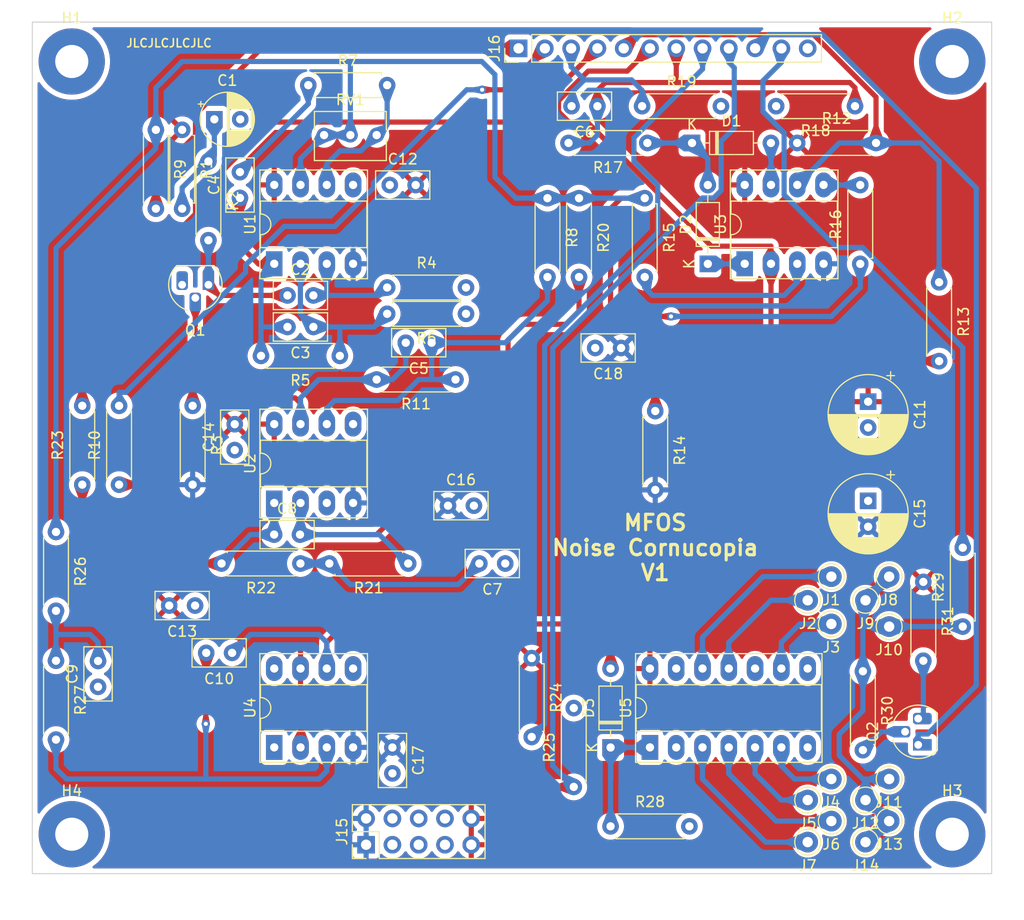
<source format=kicad_pcb>
(kicad_pcb (version 20221018) (generator pcbnew)
  (layers (0 "F.Cu" signal) (1 "In1.Cu" power) (2 "In2.Cu" power) (31 "B.Cu" signal) (34 "B.Paste" user) (35 "F.Paste" user) (36 "B.SilkS" user "B.Silkscreen") (37 "F.SilkS" user "F.Silkscreen") (38 "B.Mask" user) (39 "F.Mask" user) (44 "Edge.Cuts" user))
  (net 0 "")
  (net 1 "Net-(C1-Pad1)")
  (net 2 "GND")
  (net 3 "Net-(Q1-E)")
  (net 4 "Net-(U1A-+)")
  (net 5 "Net-(Q1-B)")
  (net 7 "+12V")
  (net 8 "-12V")
  (net 12 "Net-(U1A--)")
  (net 13 "Net-(C3-Pad2)")
  (net 14 "Net-(C4-Pad2)")
  (net 15 "Net-(U2B--)")
  (net 16 "Net-(C5-Pad2)")
  (net 17 "Net-(U1B--)")
  (net 18 "WNS")
  (net 19 "LPNS")
  (net 20 "Net-(R15-Pad1)")
  (net 21 "GRNS1")
  (net 22 "GRNS2")
  (net 23 "Net-(U3A-+)")
  (net 24 "Net-(U3B-+)")
  (net 25 "Net-(D1-K)")
  (net 26 "Net-(D1-A)")
  (net 27 "Net-(D2-K)")
  (net 28 "GNS")
  (net 29 "GHP")
  (net 30 "Net-(C7-Pad2)")
  (net 31 "Net-(C8-Pad1)")
  (net 32 "Net-(U2A--)")
  (net 33 "HPNS")
  (net 34 "Net-(C9-Pad2)")
  (net 35 "Net-(D3-A)")
  (net 36 "Net-(U4-+)")
  (net 37 "GTF2")
  (net 38 "GTF1")
  (net 39 "Net-(D3-K)")
  (net 40 "Net-(J1-Pin_1)")
  (net 41 "Net-(J2-Pin_1)")
  (net 42 "Net-(J3-Pin_1)")
  (net 43 "Net-(J4-Pin_1)")
  (net 44 "Net-(J5-Pin_1)")
  (net 45 "Net-(J6-Pin_1)")
  (net 46 "Net-(J7-Pin_1)")
  (net 47 "Net-(J10-Pin_1)")
  (net 48 "Net-(Q2-B)")
  (net 49 "Net-(Q2-C)")
  (net 50 "RNGT")
  (net 51 "LEDA")
  (footprint "Library:R_Axial_DIN0207_L6.3mm_D2.5mm_P7.62mm_Horizontal" (layer "F.Cu") (at 76.708 74.93 180)
    (fp_text reference "R22")
    (fp_text value "43K")
  )
  (footprint "Capacitor_THT:C_Disc_D5.0mm_W2.5mm_P2.50mm" (layer "F.Cu") (at 74.168 72.136)
    (fp_text reference "C8")
    (fp_text value "100pF")
  )
  (footprint "Library:R_Axial_DIN0207_L6.3mm_D2.5mm_P7.62mm_Horizontal" (layer "F.Cu") (at 130.302 30.734 180)
    (fp_text reference "R18")
    (fp_text value "4.7K")
  )
  (footprint "Connector_Pin:Pin_D1.0mm_L10.0mm" (layer "F.Cu") (at 128.016 76.2)
    (fp_text reference "J1")
    (fp_text value "Conn_01x01_Male")
  )
  (footprint "Connector_Pin:Pin_D1.0mm_L10.0mm" (layer "F.Cu") (at 125.73 97.79)
    (fp_text reference "J5")
    (fp_text value "Conn_01x01_Male")
  )
  (footprint "Library:R_Axial_DIN0207_L6.3mm_D2.5mm_P7.62mm_Horizontal" (layer "F.Cu") (at 109.728 30.734)
    (fp_text reference "R19")
    (fp_text value "4.7K")
  )
  (footprint "Library:R_Axial_DIN0207_L6.3mm_D2.5mm_P7.62mm_Horizontal" (layer "F.Cu") (at 103.632 39.624 -90)
    (fp_text reference "R20")
    (fp_text value "470K")
  )
  (footprint "Connector_Pin:Pin_D1.0mm_L10.0mm" (layer "F.Cu") (at 131.318 101.854)
    (fp_text reference "J14")
    (fp_text value "Conn_01x01_Male")
  )
  (footprint "Library:R_Axial_DIN0207_L6.3mm_D2.5mm_P7.62mm_Horizontal" (layer "F.Cu") (at 66.294 59.69 -90)
    (fp_text reference "R3")
    (fp_text value "10K")
  )
  (footprint "Library:R_Axial_DIN0207_L6.3mm_D2.5mm_P7.62mm_Horizontal" (layer "F.Cu") (at 131.064 85.344 -90)
    (fp_text reference "R30")
    (fp_text value "47K")
  )
  (footprint "Library:R_Axial_DIN0207_L6.3mm_D2.5mm_P7.62mm_Horizontal" (layer "F.Cu") (at 110.998 60.198 -90)
    (fp_text reference "R14")
    (fp_text value "47K")
  )
  (footprint "Connector_Pin:Pin_D1.0mm_L10.0mm" (layer "F.Cu") (at 131.318 97.79)
    (fp_text reference "J12")
    (fp_text value "Conn_01x01_Male")
  )
  (footprint "Capacitor_THT:C_Disc_D5.0mm_W2.5mm_P2.50mm" (layer "F.Cu") (at 66.528 78.994 180)
    (fp_text reference "C13")
    (fp_text value "100nF")
  )
  (footprint "Capacitor_THT:CP_Radial_D5.0mm_P2.50mm" (layer "F.Cu") (at 68.3909 32.004)
    (fp_text reference "C1")
    (fp_text value "1uF")
  )
  (footprint "Capacitor_THT:C_Disc_D5.0mm_W2.5mm_P2.50mm" (layer "F.Cu") (at 70.104 83.566 180)
    (fp_text reference "C10")
    (fp_text value "10pF")
  )
  (footprint "Diode_THT:D_DO-35_SOD27_P7.62mm_Horizontal" (layer "F.Cu") (at 114.554 34.29)
    (fp_text reference "D1")
    (fp_text value "1N914")
  )
  (footprint "Package_DIP:DIP-8_W7.62mm_Socket_LongPads" (layer "F.Cu") (at 74.178 69.078 90)
    (fp_text reference "U2")
    (fp_text value "TL072")
  )
  (footprint "Connector_Pin:Pin_D1.0mm_L10.0mm" (layer "F.Cu") (at 133.604 99.822)
    (fp_text reference "J13")
    (fp_text value "Conn_01x01_Male")
  )
  (footprint "Connector_Pin:Pin_D1.0mm_L10.0mm" (layer "F.Cu") (at 125.73 78.486)
    (fp_text reference "J2")
    (fp_text value "Conn_01x01_Male")
  )
  (footprint "Connector_Pin:Pin_D1.0mm_L10.0mm" (layer "F.Cu") (at 131.318 78.486)
    (fp_text reference "J9")
    (fp_text value "Conn_01x01_Male")
  )
  (footprint "Package_DIP:DIP-14_W7.62mm_Socket_LongPads" (layer "F.Cu") (at 110.485 92.7 90)
    (fp_text reference "U5")
    (fp_text value "4024")
  )
  (footprint "Connector_Pin:Pin_D1.0mm_L10.0mm" (layer "F.Cu") (at 125.73 101.854)
    (fp_text reference "J7")
    (fp_text value "Conn_01x01_Male")
  )
  (footprint "Connector_Pin:Pin_D1.0mm_L10.0mm" (layer "F.Cu") (at 128.016 99.822)
    (fp_text reference "J6")
    (fp_text value "Conn_01x01_Male")
  )
  (footprint "Package_TO_SOT_THT:TO-92_HandSolder" (layer "F.Cu") (at 136.41 92.456 90)
    (fp_text reference "Q2")
    (fp_text value "2N3904")
  )
  (footprint "Potentiometer_THT:Potentiometer_Bourns_3266Y_Vertical" (layer "F.Cu") (at 84.074 33.528)
    (fp_text reference "RV1")
    (fp_text value "500K")
  )
  (footprint "Library:R_Axial_DIN0207_L6.3mm_D2.5mm_P7.62mm_Horizontal" (layer "F.Cu") (at 110.236 34.29 180)
    (fp_text reference "R17")
    (fp_text value "4.7K")
  )
  (footprint "Connector_Pin:Pin_D1.0mm_L10.0mm" (layer "F.Cu") (at 128.016 80.772)
    (fp_text reference "J3")
    (fp_text value "Conn_01x01_Male")
  )
  (footprint "Capacitor_THT:C_Disc_D5.0mm_W2.5mm_P2.50mm" (layer "F.Cu") (at 107.696 54.102 180)
    (fp_text reference "C18")
    (fp_text value "100nF")
  )
  (footprint "Library:R_Axial_DIN0207_L6.3mm_D2.5mm_P7.62mm_Horizontal" (layer "F.Cu") (at 99.06 84.074 -90)
    (fp_text reference "R24")
    (fp_text value "47K")
  )
  (footprint "Capacitor_THT:C_Disc_D5.0mm_W2.5mm_P2.50mm" (layer "F.Cu") (at 105.41 30.734 180)
    (fp_text reference "C6")
    (fp_text value "1nF")
  )
  (footprint "Library:R_Axial_DIN0207_L6.3mm_D2.5mm_P7.62mm_Horizontal" (layer "F.Cu") (at 53.086 71.882 -90)
    (fp_text reference "R26")
    (fp_text value "20K")
  )
  (footprint "Library:R_Axial_DIN0207_L6.3mm_D2.5mm_P7.62mm_Horizontal" (layer "F.Cu") (at 55.626 67.31 90)
    (fp_text reference "R23")
    (fp_text value "1K")
  )
  (footprint "MountingHole:MountingHole_3.2mm_M3_Pad" (layer "F.Cu") (at 54.61 101.092)
    (fp_text reference "H4")
    (fp_text value "MountingHole_Pad")
  )
  (footprint "Package_TO_SOT_THT:TO-92_HandSolder" (layer "F.Cu") (at 67.818 47.994 180)
    (fp_text reference "Q1")
    (fp_text value "2N3904")
  )
  (footprint "Library:R_Axial_DIN0207_L6.3mm_D2.5mm_P7.62mm_Horizontal" (layer "F.Cu") (at 77.47 28.702)
    (fp_text reference "R7")
    (fp_text value "10K")
  )
  (footprint "Connector_Pin:Pin_D1.0mm_L10.0mm" (layer "F.Cu") (at 133.604 95.758)
    (fp_text reference "J11")
    (fp_text value "Conn_01x01_Male")
  )
  (footprint "Library:R_Axial_DIN0207_L6.3mm_D2.5mm_P7.62mm_Horizontal" (layer "F.Cu") (at 62.738 33.02 -90)
    (fp_text reference "R9")
    (fp_text value "1K")
  )
  (footprint "Capacitor_THT:C_Disc_D5.0mm_W2.5mm_P2.50mm" (layer "F.Cu") (at 96.5 74.93 180)
    (fp_text reference "C7")
    (fp_text value "10nF")
  )
  (footprint "Library:R_Axial_DIN0207_L6.3mm_D2.5mm_P7.62mm_Horizontal" (layer "F.Cu") (at 65.278 33.02 -90)
    (fp_text reference "R1")
    (fp_text value "470K")
  )
  (footprint "Capacitor_THT:C_Disc_D5.0mm_W2.5mm_P2.50mm" (layer "F.Cu") (at 70.358 63.968 90)
    (fp_text reference "C14")
    (fp_text value "100nF")
  )
  (footprint "Connector_Pin:Pin_D1.0mm_L10.0mm" (layer "F.Cu") (at 133.604 76.2)
    (fp_text reference "J8")
    (fp_text value "Conn_01x01_Male")
  )
  (footprint "MountingHole:MountingHole_3.2mm_M3_Pad" (layer "F.Cu") (at 139.7 101.092)
    (fp_text reference "H3")
    (fp_text value "MountingHole_Pad")
  )
  (footprint "Library:R_Axial_DIN0207_L6.3mm_D2.5mm_P7.62mm_Horizontal" (layer "F.Cu") (at 67.818 36.068 -90)
    (fp_text reference "R2")
    (fp_text value "470K")
  )
  (footprint "Library:R_Axial_DIN0207_L6.3mm_D2.5mm_P7.62mm_Horizontal" (layer "F.Cu") (at 138.43 47.752 -90)
    (fp_text reference "R13")
    (fp_text value "200K")
  )
  (footprint "Library:R_Axial_DIN0207_L6.3mm_D2.5mm_P7.62mm_Horizontal" (layer "F.Cu") (at 140.716 81.026 90)
    (fp_text reference "R29")
    (fp_text value "1K")
  )
  (footprint "Library:R_Axial_DIN0207_L6.3mm_D2.5mm_P7.62mm_Horizontal" (layer "F.Cu") (at 136.906 76.708 -90)
    (fp_text reference "R31")
    (fp_text value "4.7K")
  )
  (footprint "Library:R_Axial_DIN0207_L6.3mm_D2.5mm_P7.62mm_Horizontal" (layer "F.Cu") (at 109.982 39.624 -90)
    (fp_text reference "R15")
    (fp_text value "10K")
  )
  (footprint "Diode_THT:D_DO-35_SOD27_P7.62mm_Horizontal" (layer "F.Cu") (at 106.68 92.71 90)
    (fp_text reference "D3")
    (fp_text value "1N914")
  )
  (footprint "Library:R_Axial_DIN0207_L6.3mm_D2.5mm_P7.62mm_Horizontal" (layer "F.Cu") (at 103.124 96.52 90)
    (fp_text reference "R25")
    (fp_text value "20K")
  )
  (footprint "Package_DIP:DIP-8_W7.62mm_Socket_LongPads" (layer "F.Cu") (at 119.644 45.964 90)
    (fp_text reference "U3")
    (fp_text value "TL072")
  )
  (footprint "Capacitor_THT:C_Disc_D5.0mm_W2.5mm_P2.50mm" (layer "F.Cu") (at 77.958 52.07 180)
    (fp_text reference "C3")
    (fp_text value "10pF")
  )
  (footprint "Connector_PinHeader_2.54mm:PinHeader_1x12_P2.54mm_Vertical" (layer "F.Cu") (at 97.79 25.146 90)
    (fp_text reference "J16")
    (fp_text value "Conn_01x12")
  )
  (footprint "Capacitor_THT:C_Disc_D5.0mm_W2.5mm_P2.50mm" (layer "F.Cu") (at 85.344 38.354)
    (fp_text reference "C12")
    (fp_text value "100nF")
  )
  (footprint "Package_DIP:DIP-8_W7.62mm_Socket_LongPads" (layer "F.Cu") (at 74.178 92.7 90)
    (fp_text reference "U4")
    (fp_text value "TL071")
  )
  (footprint "Package_DIP:DIP-8_W7.62mm_Socket_LongPads" (layer "F.Cu") (at 74.178 45.964 90)
    (fp_text reference "U1")
    (fp_text value "TL072")
  )
  (footprint "Library:R_Axial_DIN0207_L6.3mm_D2.5mm_P7.62mm_Horizontal" (layer "F.Cu") (at 100.584 39.624 -90)
    (fp_text reference "R8")
    (fp_text value "100K")
  )
  (footprint "Capacitor_THT:C_Disc_D5.0mm_W2.5mm_P2.50mm" (layer "F.Cu") (at 90.972 69.342)
    (fp_text reference "C16")
    (fp_text value "100nF")
  )
  (footprint "Capacitor_THT:C_Disc_D5.0mm_W2.5mm_P2.50mm" (layer "F.Cu") (at 70.866 39.604 90)
    (fp_text reference "C4")
    (fp_text value "100nF")
  )
  (footprint "Library:R_Axial_DIN0207_L6.3mm_D2.5mm_P7.62mm_Horizontal" (layer "F.Cu") (at 130.81 45.974 90)
    (fp_text reference "R16")
    (fp_text value "10K")
  )
  (footprint "Library:R_Axial_DIN0207_L6.3mm_D2.5mm_P7.62mm_Horizontal" (layer "F.Cu") (at 85.09 48.26)
    (fp_text reference "R4")
    (fp_text value "2M")
  )
  (footprint "Library:R_Axial_DIN0207_L6.3mm_D2.5mm_P7.62mm_Horizontal" (layer "F.Cu") (at 124.714 34.29)
    (fp_text reference "R12")
    (fp_text value "47K")
  )
  (footprint "Library:R_Axial_DIN0207_L6.3mm_D2.5mm_P7.62mm_Horizontal" (layer "F.Cu") (at 92.71 50.8 180)
    (fp_text reference "R6")
    (fp_text value "10K")
  )
  (footprint "Library:R_Axial_DIN0207_L6.3mm_D2.5mm_P7.62mm_Horizontal" (layer "F.Cu") (at 106.68 100.33)
    (fp_text reference "R28")
    (fp_text value "20K")
  )
  (footprint "Connector_Pin:Pin_D1.0mm_L10.0mm" (layer "F.Cu") (at 128.016 95.758)
    (fp_text reference "J4")
    (fp_text value "Conn_01x01_Male")
  )
  (footprint "MountingHole:MountingHole_3.2mm_M3_Pad" (layer "F.Cu") (at 54.61 26.416)
    (fp_text reference "H1")
    (fp_text value "MountingHole_Pad")
  )
  (footprint "Library:R_Axial_DIN0207_L6.3mm_D2.5mm_P7.62mm_Horizontal" (layer "F.Cu") (at 87.122 74.93 180)
    (fp_text reference "R21")
    (fp_text value "43K")
  )
  (footprint "Library:R_Axial_DIN0207_L6.3mm_D2.5mm_P7.62mm_Horizontal" (layer "F.Cu") (at 59.182 67.31 90)
    (fp_text reference "R10")
    (fp_text value "1K")
  )
  (footprint "Library:R_Axial_DIN0207_L6.3mm_D2.5mm_P7.62mm_Horizontal" (layer "F.Cu") (at 91.694 57.15 180)
    (fp_text reference "R11")
    (fp_text value "1M")
  )
  (footprint "Capacitor_THT:C_Disc_D5.0mm_W2.5mm_P2.50mm" (layer "F.Cu") (at 57.15 86.848 90)
    (fp_text reference "C9")
    (fp_text value "4.7nF")
  )
  (footprint "Connector_PinHeader_2.54mm:PinHeader_2x05_P2.54mm_Vertical" (layer "F.Cu") (at 83.058 102.108 90)
    (fp_text reference "J15")
    (fp_text value "Conn_02x05_Odd_Even")
  )
  (footprint "Connector_Pin:Pin_D1.0mm_L10.0mm" (layer "F.Cu") (at 133.604 81.026)
    (fp_text reference "J10")
    (fp_text value "Conn_01x01_Male")
  )
  (footprint "Library:R_Axial_DIN0207_L6.3mm_D2.5mm_P7.62mm_Horizontal" (layer "F.Cu") (at 80.518 54.864 180)
    (fp_text reference "R5")
    (fp_text value "470K")
  )
  (footprint "Diode_THT:D_DO-35_SOD27_P7.62mm_Horizontal" (layer "F.Cu") (at 116.078 45.974 90)
    (fp_text reference "D2")
    (fp_text value "1N914")
  )
  (footprint "MountingHole:MountingHole_3.2mm_M3_Pad" (layer "F.Cu") (at 139.7 26.416)
    (fp_text reference "H2")
    (fp_text value "MountingHole_Pad")
  )
  (footprint "Capacitor_THT:C_Disc_D5.0mm_W2.5mm_P2.50mm" (layer "F.Cu") (at 85.598 92.71 -90)
    (fp_text reference "C17")
    (fp_text value "100nF")
  )
  (footprint "Capacitor_THT:C_Disc_D5.0mm_W2.5mm_P2.50mm" (layer "F.Cu") (at 89.388 53.594 180)
    (fp_text reference "C5")
    (fp_text value "1nF")
  )
  (footprint "Capacitor_THT:CP_Radial_D7.5mm_P2.50mm" (layer "F.Cu") (at 131.572 68.874 -90)
    (fp_text reference "C15")
    (fp_text value "1uF")
  )
  (footprint "Capacitor_THT:CP_Radial_D7.5mm_P2.50mm" (layer "F.Cu") (at 131.572 59.2906 -90)
    (fp_text reference "C11")
    (fp_text value "1uF")
  )
  (footprint "Library:R_Axial_DIN0207_L6.3mm_D2.5mm_P7.62mm_Horizontal" (layer "F.Cu") (at 53.086 84.328 -90)
    (fp_text reference "R27")
    (fp_text value "20K")
  )
  (footprint "Capacitor_THT:C_Disc_D5.0mm_W2.5mm_P2.50mm" (layer "F.Cu") (at 75.458 49.022)
    (fp_text reference "C2")
    (fp_text value "100nF")
  )
  (gr_rect (start 50.8 22.606) (end 143.51 104.902) (stroke (width 0.1)) (fill none) (layer "Edge.Cuts"))
  (gr_text "MFOS\nNoise Cornucopia\nV1" (at 110.998 73.406) (layer "F.SilkS") (effects (font (size 1.5 1.5) (thickness 0.3) bold)))
  (gr_text "JLCJLCJLCJLC" (at 64.008 24.638) (layer "F.SilkS") (effects (font (size 0.8 0.8))))
  (segment (start 68.3909 35.4951) (end 67.818 36.068) (width 0.5) (layer "B.Cu") (net 1))
  (segment (start 65.278 38.608) (end 67.818 36.068) (width 0.5) (layer "B.Cu") (net 1))
  (segment (start 65.278 40.64) (end 65.278 38.608) (width 0.5) (layer "B.Cu") (net 1))
  (segment (start 68.3909 32.004) (end 68.3909 35.4951) (width 0.5) (layer "B.Cu") (net 1))
  (segment (start 75.458 49.022) (end 68.846 49.022) (width 0.5) (layer "F.Cu") (net 3))
  (segment (start 68.846 49.022) (end 67.818 47.994) (width 0.5) (layer "F.Cu") (net 3))
  (segment (start 67.818 43.688) (end 67.818 47.994) (width 0.5) (layer "B.Cu") (net 3))
  (segment (start 79.268 49.022) (end 79.258 49.012) (width 0.5) (layer "B.Cu") (net 4))
  (segment (start 79.268 49.022) (end 84.328 49.022) (width 0.5) (layer "B.Cu") (net 4))
  (segment (start 77.958 49.022) (end 79.268 49.022) (width 0.5) (layer "B.Cu") (net 4))
  (segment (start 79.258 45.964) (end 79.258 49.012) (width 0.5) (layer "B.Cu") (net 4))
  (segment (start 84.328 49.022) (end 85.09 48.26) (width 0.5) (layer "B.Cu") (net 4))
  (segment (start 66.294 57.1761) (end 66.294 59.69) (width 0.5) (layer "F.Cu") (net 5))
  (segment (start 66.548 49.264) (end 66.548 56.9221) (width 0.5) (layer "F.Cu") (net 5))
  (segment (start 66.548 56.9221) (end 66.294 57.1761) (width 0.5) (layer "F.Cu") (net 5))
  (segment (start 76.708 45.974) (end 76.708 47.0479) (width 0.5) (layer "B.Cu") (net 12))
  (segment (start 80.518 54.864) (end 80.518 52.07) (width 0.5) (layer "B.Cu") (net 12))
  (segment (start 76.708 47.0479) (end 76.708 50.82) (width 0.5) (layer "B.Cu") (net 12))
  (segment (start 83.82 52.07) (end 85.09 50.8) (width 0.5) (layer "B.Cu") (net 12))
  (segment (start 77.958 52.07) (end 80.518 52.07) (width 0.5) (layer "B.Cu") (net 12))
  (segment (start 80.518 52.07) (end 83.82 52.07) (width 0.5) (layer "B.Cu") (net 12))
  (segment (start 76.718 47.0379) (end 76.718 45.964) (width 0.5) (layer "B.Cu") (net 12))
  (segment (start 76.708 47.0479) (end 76.718 47.0379) (width 0.5) (layer "B.Cu") (net 12))
  (segment (start 76.708 50.82) (end 77.958 52.07) (width 0.5) (layer "B.Cu") (net 12))
  (segment (start 70.866 44.196) (end 72.634 45.964) (width 0.5) (layer "F.Cu") (net 13))
  (segment (start 70.866 39.604) (end 70.866 44.196) (width 0.5) (layer "F.Cu") (net 13))
  (segment (start 72.634 45.964) (end 74.178 45.964) (width 0.5) (layer "F.Cu") (net 13))
  (segment (start 72.898 52.07) (end 72.898 47.244) (width 0.5) (layer "B.Cu") (net 13))
  (segment (start 72.898 47.244) (end 74.178 45.964) (width 0.5) (layer "B.Cu") (net 13))
  (segment (start 72.898 54.864) (end 72.898 52.07) (width 0.5) (layer "B.Cu") (net 13))
  (segment (start 75.458 52.07) (end 72.898 52.07) (width 0.5) (layer "B.Cu") (net 13))
  (segment (start 77.47 30.5) (end 70.866 37.104) (width 0.5) (layer "B.Cu") (net 14))
  (segment (start 77.47 28.702) (end 77.47 30.5) (width 0.5) (layer "B.Cu") (net 14))
  (segment (start 100.584 47.244) (end 100.584 49.53) (width 0.5) (layer "B.Cu") (net 15))
  (segment (start 88.138 57.15) (end 89.408 57.15) (width 0.5) (layer "B.Cu") (net 15))
  (segment (start 89.388 53.594) (end 89.388 57.13) (width 0.5) (layer "B.Cu") (net 15))
  (segment (start 80.01 59.182) (end 86.106 59.182) (width 0.5) (layer "B.Cu") (net 15))
  (segment (start 79.258 61.458) (end 79.258 59.954) (width 0.5) (layer "B.Cu") (net 15))
  (segment (start 79.248 59.944) (end 80.01 59.182) (width 0.5) (layer "B.Cu") (net 15))
  (segment (start 100.584 49.53) (end 96.52 53.594) (width 0.5) (layer "B.Cu") (net 15))
  (segment (start 89.408 57.15) (end 91.694 57.15) (width 0.5) (layer "B.Cu") (net 15))
  (segment (start 86.106 59.182) (end 88.138 57.15) (width 0.5) (layer "B.Cu") (net 15))
  (segment (start 89.388 57.13) (end 89.408 57.15) (width 0.5) (layer "B.Cu") (net 15))
  (segment (start 96.52 53.594) (end 89.388 53.594) (width 0.5) (layer "B.Cu") (net 15))
  (segment (start 79.258 59.954) (end 79.248 59.944) (width 0.5) (layer "B.Cu") (net 15))
  (segment (start 69.342 58.928) (end 76.2 58.928) (width 0.5) (layer "F.Cu") (net 16))
  (segment (start 61.722 66.548) (end 61.722 62.738) (width 0.5) (layer "F.Cu") (net 16))
  (segment (start 61.722 62.738) (end 62.738 61.722) (width 0.5) (layer "F.Cu") (net 16))
  (segment (start 76.718 59.446) (end 76.718 61.458) (width 0.5) (layer "F.Cu") (net 16))
  (segment (start 59.182 67.31) (end 60.96 67.31) (width 0.5) (layer "F.Cu") (net 16))
  (segment (start 62.738 61.722) (end 66.548 61.722) (width 0.5) (layer "F.Cu") (net 16))
  (segment (start 66.548 61.722) (end 69.342 58.928) (width 0.5) (layer "F.Cu") (net 16))
  (segment (start 76.2 58.928) (end 76.718 59.446) (width 0.5) (layer "F.Cu") (net 16))
  (segment (start 60.96 67.31) (end 61.722 66.548) (width 0.5) (layer "F.Cu") (net 16))
  (segment (start 78.486 57.15) (end 76.718 58.918) (width 0.5) (layer "B.Cu") (net 16))
  (segment (start 85.598 57.15) (end 86.888 55.86) (width 0.5) (layer "B.Cu") (net 16))
  (segment (start 86.888 55.86) (end 86.888 53.594) (width 0.5) (layer "B.Cu") (net 16))
  (segment (start 84.074 57.15) (end 78.486 57.15) (width 0.5) (layer "B.Cu") (net 16))
  (segment (start 84.074 57.15) (end 85.598 57.15) (width 0.5) (layer "B.Cu") (net 16))
  (segment (start 76.718 58.918) (end 76.718 61.458) (width 0.5) (layer "B.Cu") (net 16))
  (segment (start 82.55 35.052) (end 84.074 33.528) (width 0.5) (layer "B.Cu") (net 17))
  (segment (start 85.09 28.702) (end 85.09 32.512) (width 0.5) (layer "B.Cu") (net 17))
  (segment (start 79.258 38.344) (end 79.258 36.312) (width 0.5) (layer "B.Cu") (net 17))
  (segment (start 85.09 32.512) (end 84.074 33.528) (width 0.5) (layer "B.Cu") (net 17))
  (segment (start 80.518 35.052) (end 82.55 35.052) (width 0.5) (layer "B.Cu") (net 17))
  (segment (start 79.258 36.312) (end 80.518 35.052) (width 0.5) (layer "B.Cu") (net 17))
  (segment (start 72.9474 25.146) (end 66.5676 31.5258) (width 0.5) (layer "F.Cu") (net 18))
  (segment (start 62.738 37.384) (end 62.738 40.64) (width 0.5) (layer "F.Cu") (net 18))
  (segment (start 97.79 25.146) (end 72.9474 25.146) (width 0.5) (layer "F.Cu") (net 18))
  (segment (start 66.5676 31.5258) (end 66.5676 33.5544) (width 0.5) (layer "F.Cu") (net 18))
  (segment (start 66.5676 33.5544) (end 62.738 37.384) (width 0.5) (layer "F.Cu") (net 18))
  (segment (start 100.33 25.146) (end 96.3268 29.1492) (width 0.5) (layer "F.Cu") (net 19))
  (segment (start 96.3268 29.1492) (end 94.2692 29.1492) (width 0.5) (layer "F.Cu") (net 19))
  (via (at 94.2692 29.1492) (size 0.8) (drill 0.4) (layers "F.Cu" "B.Cu") (net 19))
  (segment (start 83.7661 38.1587) (end 83.7661 38.6176) (width 0.5) (layer "B.Cu") (net 19))
  (segment (start 80.0303 42.3534) (end 75.144 42.3534) (width 0.5) (layer "B.Cu") (net 19))
  (segment (start 71.4117 46.0857) (end 71.4117 46.7942) (width 0.5) (layer "B.Cu") (net 19))
  (segment (start 75.144 42.3534) (end 71.4117 46.0857) (width 0.5) (layer "B.Cu") (net 19))
  (segment (start 94.2692 29.1492) (end 92.7756 29.1492) (width 0.5) (layer "B.Cu") (net 19))
  (segment (start 59.182 59.69) (end 59.182 58.39) (width 0.5) (layer "B.Cu") (net 19))
  (segment (start 92.7756 29.1492) (end 83.7661 38.1587) (width 0.5) (layer "B.Cu") (net 19))
  (segment (start 59.8159 58.39) (end 59.182 58.39) (width 0.5) (layer "B.Cu") (net 19))
  (segment (start 83.7661 38.6176) (end 80.0303 42.3534) (width 0.5) (layer "B.Cu") (net 19))
  (segment (start 71.4117 46.7942) (end 59.8159 58.39) (width 0.5) (layer "B.Cu") (net 19))
  (segment (start 107.696 39.624) (end 109.982 39.624) (width 0.5) (layer "F.Cu") (net 20))
  (segment (start 107.95 51.054) (end 106.68 49.784) (width 0.5) (layer "F.Cu") (net 20))
  (segment (start 112.522 51.054) (end 107.95 51.054) (width 0.5) (layer "F.Cu") (net 20))
  (segment (start 106.68 40.64) (end 107.696 39.624) (width 0.5) (layer "F.Cu") (net 20))
  (segment (start 106.68 49.784) (end 106.68 40.64) (width 0.5) (layer "F.Cu") (net 20))
  (via (at 112.522 51.054) (size 0.8) (drill 0.4) (layers "F.Cu" "B.Cu") (net 20))
  (segment (start 95.504 37.592) (end 97.536 39.624) (width 0.5) (layer "B.Cu") (net 20))
  (segment (start 62.738 34.798) (end 53.086 44.45) (width 0.5) (layer "B.Cu") (net 20))
  (segment (start 130.81 45.974) (end 130.81 48.26) (width 0.5) (layer "B.Cu") (net 20))
  (segment (start 81.534 26.416) (end 94.234 26.416) (width 0.5) (layer "B.Cu") (net 20))
  (segment (start 76.718 35.804) (end 78.994 33.528) (width 0.5) (layer "B.Cu") (net 20))
  (segment (start 94.234 26.416) (end 95.504 27.686) (width 0.5) (layer "B.Cu") (net 20))
  (segment (start 130.81 48.26) (end 128.016 51.054) (width 0.5) (layer "B.Cu") (net 20))
  (segment (start 65.278 26.416) (end 81.534 26.416) (width 0.5) (layer "B.Cu") (net 20))
  (segment (start 95.504 27.686) (end 95.504 37.592) (width 0.5) (layer "B.Cu") (net 20))
  (segment (start 100.584 39.624) (end 103.632 39.624) (width 0.5) (layer "B.Cu") (net 20))
  (segment (start 62.738 33.02) (end 62.738 28.956) (width 0.5) (layer "B.Cu") (net 20))
  (segment (start 76.718 38.344) (end 76.718 35.804) (width 0.5) (layer "B.Cu") (net 20))
  (segment (start 53.086 44.45) (end 53.086 71.882) (width 0.5) (layer "B.Cu") (net 20))
  (segment (start 62.738 33.02) (end 62.738 34.798) (width 0.5) (layer "B.Cu") (net 20))
  (segment (start 78.994 33.528) (end 81.534 33.528) (width 0.5) (layer "B.Cu") (net 20))
  (segment (start 128.016 51.054) (end 112.522 51.054) (width 0.5) (layer "B.Cu") (net 20))
  (segment (start 103.632 39.624) (end 109.982 39.624) (width 0.5) (layer "B.Cu") (net 20))
  (segment (start 81.534 33.528) (end 81.534 26.416) (width 0.5) (layer "B.Cu") (net 20))
  (segment (start 62.738 28.956) (end 65.278 26.416) (width 0.5) (layer "B.Cu") (net 20))
  (segment (start 97.536 39.624) (end 100.584 39.624) (width 0.5) (layer "B.Cu") (net 20))
  (segment (start 109.2679 23.8281) (end 107.95 25.146) (width 0.5) (layer "F.Cu") (net 21))
  (segment (start 132.334 34.29) (end 132.334 29.8557) (width 0.5) (layer "F.Cu") (net 21))
  (segment (start 132.334 29.8557) (end 126.3064 23.8281) (width 0.5) (layer "F.Cu") (net 21))
  (segment (start 126.3064 23.8281) (end 109.2679 23.8281) (width 0.5) (layer "F.Cu") (net 21))
  (segment (start 132.334 34.29) (end 136.652 34.29) (width 0.5) (layer "B.Cu") (net 21))
  (segment (start 138.43 36.068) (end 138.43 47.752) (width 0.5) (layer "B.Cu") (net 21))
  (segment (start 136.652 34.29) (end 138.43 36.068) (width 0.5) (layer "B.Cu") (net 21))
  (segment (start 124.724 38.344) (end 128.778 34.29) (width 0.5) (layer "B.Cu") (net 21))
  (segment (start 128.778 34.29) (end 132.334 34.29) (width 0.5) (layer "B.Cu") (net 21))
  (segment (start 104.5206 32.365) (end 102.7492 32.365) (width 0.5) (layer "F.Cu") (net 22))
  (segment (start 122.184 55.362) (end 122.174 55.372) (width 0.5) (layer "F.Cu") (net 22))
  (segment (start 108.2913 27.3447) (end 110.49 25.146) (width 0.5) (layer "F.Cu") (net 22))
  (segment (start 116.4196 44.264) (end 104.5206 32.365) (width 0.5) (layer "F.Cu") (net 22))
  (segment (start 122.184 45.964) (end 122.184 44.264) (width 0.5) (layer "F.Cu") (net 22))
  (segment (start 101.6512 30.2108) (end 104.5173 27.3447) (width 0.5) (layer "F.Cu") (net 22))
  (segment (start 122.184 44.264) (end 116.4196 44.264) (width 0.5) (layer "F.Cu") (net 22))
  (segment (start 122.174 55.372) (end 112.014 55.372) (width 0.5) (layer "F.Cu") (net 22))
  (segment (start 138.43 55.372) (end 122.174 55.372) (width 0.5) (layer "F.Cu") (net 22))
  (segment (start 104.5173 27.3447) (end 108.2913 27.3447) (width 0.5) (layer "F.Cu") (net 22))
  (segment (start 112.014 55.372) (end 110.998 56.388) (width 0.5) (layer "F.Cu") (net 22))
  (segment (start 122.184 45.964) (end 122.184 55.362) (width 0.5) (layer "F.Cu") (net 22))
  (segment (start 110.998 56.388) (end 110.998 60.198) (width 0.5) (layer "F.Cu") (net 22))
  (segment (start 102.7492 32.365) (end 101.6512 31.267) (width 0.5) (layer "F.Cu") (net 22))
  (segment (start 101.6512 31.267) (end 101.6512 30.2108) (width 0.5) (layer "F.Cu") (net 22))
  (segment (start 124.724 47.742) (end 123.444 49.022) (width 0.5) (layer "B.Cu") (net 23))
  (segment (start 124.724 45.964) (end 124.724 47.742) (width 0.5) (layer "B.Cu") (net 23))
  (segment (start 110.744 49.022) (end 109.982 48.26) (width 0.5) (layer "B.Cu") (net 23))
  (segment (start 109.982 48.26) (end 109.982 47.244) (width 0.5) (layer "B.Cu") (net 23))
  (segment (start 123.444 49.022) (end 110.744 49.022) (width 0.5) (layer "B.Cu") (net 23))
  (segment (start 130.81 38.354) (end 127.274 38.354) (width 0.5) (layer "B.Cu") (net 24))
  (segment (start 127.274 38.354) (end 127.264 38.344) (width 0.5) (layer "B.Cu") (net 24))
  (segment (start 114.554 34.29) (end 110.236 34.29) (width 0.5) (layer "B.Cu") (net 25))
  (segment (start 116.078 35.814) (end 114.554 34.29) (width 0.5) (layer "B.Cu") (net 25))
  (segment (start 116.078 38.354) (end 116.078 35.814) (width 0.5) (layer "B.Cu") (net 25))
  (segment (start 122.184 35.6719) (end 122.174 35.6619) (width 0.5) (layer "B.Cu") (net 26))
  (segment (start 122.184 35.6719) (end 122.184 34.3) (width 0.5) (layer "B.Cu") (net 26))
  (segment (start 122.174 35.6619) (end 122.174 34.29) (width 0.5) (layer "B.Cu") (net 26))
  (segment (start 122.184 38.344) (end 122.184 35.6719) (width 0.5) (layer "B.Cu") (net 26))
  (segment (start 119.634 45.974) (end 119.644 45.964) (width 0.5) (layer "B.Cu") (net 27))
  (segment (start 116.078 45.974) (end 119.634 45.974) (width 0.5) (layer "B.Cu") (net 27))
  (segment (start 130.302 30.734) (end 130.302 28.956) (width 0.5) (layer "F.Cu") (net 28))
  (segment (start 129.794 28.448) (end 113.03 28.448) (width 0.5) (layer "F.Cu") (net 28))
  (segment (start 113.03 28.448) (end 113.03 25.146) (width 0.5) (layer "F.Cu") (net 28))
  (segment (start 105.41 29.21) (end 105.41 30.734) (width 0.5) (layer "F.Cu") (net 28))
  (segment (start 130.302 28.956) (end 129.794 28.448) (width 0.5) (layer "F.Cu") (net 28))
  (segment (start 106.172 28.448) (end 105.41 29.21) (width 0.5) (layer "F.Cu") (net 28))
  (segment (start 113.03 28.448) (end 106.172 28.448) (width 0.5) (layer "F.Cu") (net 28))
  (segment (start 104.648 34.29) (end 105.41 33.528) (width 0.5) (layer "B.Cu") (net 28))
  (segment (start 105.41 33.528) (end 105.41 30.734) (width 0.5) (layer "B.Cu") (net 28))
  (segment (start 102.616 34.29) (end 104.648 34.29) (width 0.5) (layer "B.Cu") (net 28))
  (segment (start 109.728 29.21) (end 108.712 28.194) (width 0.5) (layer "B.Cu") (net 29))
  (segment (start 108.712 28.194) (end 104.14 28.194) (width 0.5) (layer "B.Cu") (net 29))
  (segment (start 102.91 29.424) (end 102.91 30.734) (width 0.5) (layer "B.Cu") (net 29))
  (segment (start 104.14 28.194) (end 102.91 29.424) (width 0.5) (layer "B.Cu") (net 29))
  (segment (start 109.728 30.734) (end 109.728 29.21) (width 0.5) (layer "B.Cu") (net 29))
  (segment (start 102.87 26.924) (end 102.87 25.146) (width 0.5) (layer "B.Cu") (net 29))
  (segment (start 104.14 28.194) (end 102.87 26.924) (width 0.5) (layer "B.Cu") (net 29))
  (segment (start 79.502 74.93) (end 81.534 76.962) (width 0.5) (layer "B.Cu") (net 30))
  (segment (start 81.534 76.962) (end 91.968 76.962) (width 0.5) (layer "B.Cu") (net 30))
  (segment (start 76.708 74.93) (end 79.502 74.93) (width 0.5) (layer "B.Cu") (net 30))
  (segment (start 91.968 76.962) (end 94 74.93) (width 0.5) (layer "B.Cu") (net 30))
  (segment (start 58.42 74.93) (end 55.626 72.136) (width 0.5) (layer "F.Cu") (net 31))
  (segment (start 69.088 74.93) (end 58.42 74.93) (width 0.5) (layer "F.Cu") (net 31))
  (segment (start 55.626 72.136) (end 55.626 67.31) (width 0.5) (layer "F.Cu") (net 31))
  (segment (start 74.178 69.078) (end 74.178 70.602) (width 0.5) (layer "B.Cu") (net 31))
  (segment (start 74.168 70.612) (end 74.168 72.136) (width 0.5) (layer "B.Cu") (net 31))
  (segment (start 74.168 72.136) (end 71.882 72.136) (width 0.5) (layer "B.Cu") (net 31))
  (segment (start 71.882 72.136) (end 69.088 74.93) (width 0.5) (layer "B.Cu") (net 31))
  (segment (start 74.178 70.602) (end 74.178 72.126) (width 0.5) (layer "B.Cu") (net 31))
  (segment (start 74.178 70.602) (end 74.168 70.612) (width 0.5) (layer "B.Cu") (net 31))
  (segment (start 96.774 53.34) (end 98.298 51.816) (width 0.5) (layer "F.Cu") (net 32))
  (segment (start 103.632 50.546) (end 103.632 47.244) (width 0.5) (layer "F.Cu") (net 32))
  (segment (start 85.344 61.976) (end 86.868 60.452) (width 0.5) (layer "F.Cu") (net 32))
  (segment (start 96.774 59.182) (end 96.774 53.34) (width 0.5) (layer "F.Cu") (net 32))
  (segment (start 102.362 51.816) (end 103.632 50.546) (width 0.5) (layer "F.Cu") (net 32))
  (segment (start 84.074 72.136) (end 85.344 70.866) (width 0.5) (layer "F.Cu") (net 32))
  (segment (start 76.668 72.136) (end 84.074 72.136) (width 0.5) (layer "F.Cu") (net 32))
  (segment (start 85.344 70.866) (end 85.344 61.976) (width 0.5) (layer "F.Cu") (net 32))
  (segment (start 98.298 51.816) (end 102.362 51.816) (width 0.5) (layer "F.Cu") (net 32))
  (segment (start 95.504 60.452) (end 96.774 59.182) (width 0.5) (layer "F.Cu") (net 32))
  (segment (start 86.868 60.452) (end 95.504 60.452) (width 0.5) (layer "F.Cu") (net 32))
  (segment (start 84.328 72.136) (end 87.122 74.93) (width 0.5) (layer "B.Cu") (net 32))
  (segment (start 76.668 72.136) (end 76.768 72.136) (width 0.5) (layer "B.Cu") (net 32))
  (segment (start 76.718 69.078) (end 76.718 72.086) (width 0.5) (layer "B.Cu") (net 32))
  (segment (start 76.768 72.136) (end 76.718 72.086) (width 0.5) (layer "B.Cu") (net 32))
  (segment (start 76.768 72.136) (end 84.328 72.136) (width 0.5) (layer "B.Cu") (net 32))
  (segment (start 66.5676 41.1416) (end 55.626 52.0832) (width 0.5) (layer "F.Cu") (net 33))
  (segment (start 105.41 25.146) (end 98.2835 32.2725) (width 0.5) (layer "F.Cu") (net 33))
  (segment (start 66.5676 39.6005) (end 66.5676 41.1416) (width 0.5) (layer "F.Cu") (net 33))
  (segment (start 98.2835 32.2725) (end 73.8956 32.2725) (width 0.5) (layer "F.Cu") (net 33))
  (segment (start 55.626 52.0832) (end 55.626 59.69) (width 0.5) (layer "F.Cu") (net 33))
  (segment (start 73.8956 32.2725) (end 66.5676 39.6005) (width 0.5) (layer "F.Cu") (net 33))
  (segment (start 57.15 82.55) (end 56.388 81.788) (width 0.5) (layer "B.Cu") (net 34))
  (segment (start 53.086 81.788) (end 53.086 84.328) (width 0.5) (layer "B.Cu") (net 34))
  (segment (start 53.086 79.502) (end 53.086 81.788) (width 0.5) (layer "B.Cu") (net 34))
  (segment (start 56.388 81.788) (end 53.086 81.788) (width 0.5) (layer "B.Cu") (net 34))
  (segment (start 57.15 84.348) (end 57.15 82.55) (width 0.5) (layer "B.Cu") (net 34))
  (segment (start 79.258 82.54) (end 79.258 85.08) (width 0.5) (layer "F.Cu") (net 35))
  (segment (start 106.68 82.55) (end 104.902 80.772) (width 0.5) (layer "F.Cu") (net 35))
  (segment (start 106.68 85.09) (end 106.68 82.55) (width 0.5) (layer "F.Cu") (net 35))
  (segment (start 81.026 80.772) (end 79.258 82.54) (width 0.5) (layer "F.Cu") (net 35))
  (segment (start 104.902 80.772) (end 81.026 80.772) (width 0.5) (layer "F.Cu") (net 35))
  (segment (start 71.882 81.788) (end 78.486 81.788) (width 0.5) (layer "B.Cu") (net 35))
  (segment (start 79.258 82.56) (end 79.258 85.08) (width 0.5) (layer "B.Cu") (net 35))
  (segment (start 70.104 83.566) (end 71.882 81.788) (width 0.5) (layer "B.Cu") (net 35))
  (segment (start 78.486 81.788) (end 79.258 82.56) (width 0.5) (layer "B.Cu") (net 35))
  (segment (start 67.604 83.566) (end 67.564 90.424) (width 0.5) (layer "F.Cu") (net 36))
  (via (at 67.564 90.424) (size 0.8) (drill 0.4) (layers "F.Cu" "B.Cu") (net 36))
  (segment (start 79.258 92.7) (end 79.258 94.986) (width 0.5) (layer "B.Cu") (net 36))
  (segment (start 79.258 94.986) (end 78.486 95.758) (width 0.5) (layer "B.Cu") (net 36))
  (segment (start 54.102 95.758) (end 53.086 94.742) (width 0.5) (layer "B.Cu") (net 36))
  (segment (start 78.486 95.758) (end 67.564 95.758) (width 0.5) (layer "B.Cu") (net 36))
  (segment (start 53.086 94.742) (end 53.086 91.948) (width 0.5) (layer "B.Cu") (net 36))
  (segment (start 67.564 95.758) (end 54.102 95.758) (width 0.5) (layer "B.Cu") (net 36))
  (segment (start 67.564 90.424) (end 67.564 95.758) (width 0.5) (layer "B.Cu") (net 36))
  (segment (start 100.31 90.444) (end 100.31 53.868) (width 0.5) (layer "B.Cu") (net 37))
  (segment (start 99.06 91.694) (end 100.31 90.444) (width 0.5) (layer "B.Cu") (net 37))
  (segment (start 108.938 36.0723) (end 108.938 33.7843) (width 0.5) (layer "B.Cu") (net 37))
  (segment (start 111.2414 38.3757) (end 108.938 36.0723) (width 0.5) (layer "B.Cu") (net 37))
  (segment (start 111.2414 42.9366) (end 111.2414 38.3757) (width 0.5) (layer "B.Cu") (net 37))
  (segment (start 108.938 33.7843) (end 115.57 27.1523) (width 0.5) (layer "B.Cu") (net 37))
  (segment (start 115.57 27.1523) (end 115.57 25.146) (width 0.5) (layer "B.Cu") (net 37))
  (segment (start 100.31 53.868) (end 111.2414 42.9366) (width 0.5) (layer "B.Cu") (net 37))
  (segment (start 91.694 91.694) (end 91.694 95.504) (width 0.5) (layer "F.Cu") (net 38))
  (segment (start 76.718 92.7) (end 76.718 90.922) (width 0.5) (layer "F.Cu") (net 38))
  (segment (start 77.47 90.17) (end 90.17 90.17) (width 0.5) (layer "F.Cu") (net 38))
  (segment (start 91.694 95.504) (end 92.71 96.52) (width 0.5) (layer "F.Cu") (net 38))
  (segment (start 90.17 90.17) (end 91.694 91.694) (width 0.5) (layer "F.Cu") (net 38))
  (segment (start 76.718 90.922) (end 77.47 90.17) (width 0.5) (layer "F.Cu") (net 38))
  (segment (start 92.71 96.52) (end 103.124 96.52) (width 0.5) (layer "F.Cu") (net 38))
  (segment (start 116.6419 39.604) (end 117.3698 38.8761) (width 0.5) (layer "B.Cu") (net 38))
  (segment (start 101.092 94.488) (end 101.092 54.07595) (width 0.5) (layer "B.Cu") (net 38))
  (segment (start 118.632 27.018) (end 118.11 26.496) (width 0.5) (layer "B.Cu") (net 38))
  (segment (start 101.092 54.07595) (end 115.56395 39.604) (width 0.5) (layer "B.Cu") (net 38))
  (segment (start 115.56395 39.604) (end 116.6419 39.604) (width 0.5) (layer "B.Cu") (net 38))
  (segment (start 117.3698 34.1166) (end 118.632 32.8544) (width 0.5) (layer "B.Cu") (net 38))
  (segment (start 103.124 96.52) (end 101.092 94.488) (width 0.5) (layer "B.Cu") (net 38))
  (segment (start 118.11 26.496) (end 118.11 25.146) (width 0.5) (layer "B.Cu") (net 38))
  (segment (start 117.3698 38.8761) (end 117.3698 34.1166) (width 0.5) (layer "B.Cu") (net 38))
  (segment (start 118.632 32.8544) (end 118.632 27.018) (width 0.5) (layer "B.Cu") (net 38))
  (segment (start 106.68 92.71) (end 106.68 95.7565) (width 0.5) (layer "B.Cu") (net 39))
  (segment (start 106.68 95.7565) (end 106.68 100.33) (width 0.5) (layer "B.Cu") (net 39))
  (segment (start 110.485 92.7) (end 106.69 92.7) (width 0.5) (layer "B.Cu") (net 39))
  (segment (start 106.69 95.7465) (end 106.69 92.7) (width 0.5) (layer "B.Cu") (net 39))
  (segment (start 106.68 95.7565) (end 106.69 95.7465) (width 0.5) (layer "B.Cu") (net 39))
  (segment (start 115.565 85.08) (end 115.565 82.047) (width 0.5) (layer "B.Cu") (net 40))
  (segment (start 121.412 76.2) (end 128.016 76.2) (width 0.5) (layer "B.Cu") (net 40))
  (segment (start 115.565 82.047) (end 121.412 76.2) (width 0.5) (layer "B.Cu") (net 40))
  (segment (start 118.105 85.08) (end 118.105 82.555) (width 0.5) (layer "B.Cu") (net 41))
  (segment (start 122.174 78.486) (end 125.73 78.486) (width 0.5) (layer "B.Cu") (net 41))
  (segment (start 118.105 82.555) (end 122.174 78.486) (width 0.5) (layer "B.Cu") (net 41))
  (segment (start 124.968 80.772) (end 128.016 80.772) (width 0.5) (layer "B.Cu") (net 42))
  (segment (start 123.185 85.08) (end 123.185 82.555) (width 0.5) (layer "B.Cu") (net 42))
  (segment (start 123.185 82.555) (end 124.968 80.772) (width 0.5) (layer "B.Cu") (net 42))
  (segment (start 123.185 94.483) (end 124.46 95.758) (width 0.5) (layer "B.Cu") (net 43))
  (segment (start 124.46 95.758) (end 128.016 95.758) (width 0.5) (layer "B.Cu") (net 43))
  (segment (start 123.185 92.7) (end 123.185 94.483) (width 0.5) (layer "B.Cu") (net 43))
  (segment (start 123.19 97.79) (end 125.73 97.79) (width 0.5) (layer "B.Cu") (net 44))
  (segment (start 120.645 95.245) (end 123.19 97.79) (width 0.5) (layer "B.Cu") (net 44))
  (segment (start 120.645 92.7) (end 120.645 95.245) (width 0.5) (layer "B.Cu") (net 44))
  (segment (start 118.105 92.7) (end 118.105 95.245) (width 0.5) (layer "B.Cu") (net 45))
  (segment (start 122.682 99.822) (end 128.016 99.822) (width 0.5) (layer "B.Cu") (net 45))
  (segment (start 118.105 95.245) (end 122.682 99.822) (width 0.5) (layer "B.Cu") (net 45))
  (segment (start 121.666 101.854) (end 125.73 101.854) (width 0.5) (layer "B.Cu") (net 46))
  (segment (start 115.565 92.7) (end 115.565 95.753) (width 0.5) (layer "B.Cu") (net 46))
  (segment (start 115.565 95.753) (end 121.666 101.854) (width 0.5) (layer "B.Cu") (net 46))
  (segment (start 131.318 78.486) (end 133.604 76.2) (width 0.5) (layer "B.Cu") (net 47))
  (segment (start 132.588 100.838) (end 133.604 99.822) (width 0.5) (layer "B.Cu") (net 47))
  (segment (start 131.318 97.79) (end 131.318 96.774) (width 0.5) (layer "B.Cu") (net 47))
  (segment (start 128.778 91.44) (end 128.778 93.472) (width 0.5) (layer "B.Cu") (net 47))
  (segment (start 131.064 85.344) (end 131.064 81.026) (width 0.5) (layer "B.Cu") (net 47))
  (segment (start 132.588 100.838) (end 132.334 100.838) (width 0.5) (layer "B.Cu") (net 47))
  (segment (start 128.778 93.472) (end 131.064 95.758) (width 0.5) (layer "B.Cu") (net 47))
  (segment (start 131.318 95.758) (end 133.604 95.758) (width 0.5) (layer "B.Cu") (net 47))
  (segment (start 131.064 89.154) (end 128.778 91.44) (width 0.5) (layer "B.Cu") (net 47))
  (segment (start 131.318 79.629) (end 131.318 78.486) (width 0.5) (layer "B.Cu") (net 47))
  (segment (start 131.318 96.774) (end 131.572 97.028) (width 0.5) (layer "B.Cu") (net 47))
  (segment (start 131.064 95.758) (end 131.318 95.758) (width 0.5) (layer "B.Cu") (net 47))
  (segment (start 131.572 97.028) (end 131.572 97.79) (width 0.5) (layer "B.Cu") (net 47))
  (segment (start 131.064 81.026) (end 131.064 79.883) (width 0.5) (layer "B.Cu") (net 47))
  (segment (start 133.604 81.026) (end 140.716 81.026) (width 0.5) (layer "B.Cu") (net 47))
  (segment (start 131.064 79.883) (end 131.064 78.74) (width 0.5) (layer "B.Cu") (net 47))
  (segment (start 131.064 85.344) (end 131.064 89.154) (width 0.5) (layer "B.Cu") (net 47))
  (segment (start 132.334 100.838) (end 131.318 101.854) (width 0.5) (layer "B.Cu") (net 47))
  (segment (start 131.572 97.79) (end 133.604 99.822) (width 0.5) (layer "B.Cu") (net 47))
  (segment (start 131.064 79.883) (end 131.318 79.629) (width 0.5) (layer "B.Cu") (net 47))
  (segment (start 131.318 96.774) (end 131.318 95.758) (width 0.5) (layer "B.Cu") (net 47))
  (segment (start 131.572 101.854) (end 132.588 100.838) (width 0.5) (layer "B.Cu") (net 47))
  (segment (start 133.604 81.026) (end 131.064 81.026) (width 0.5) (layer "B.Cu") (net 47))
  (segment (start 135.14 91.186) (end 132.842 91.186) (width 0.5) (layer "B.Cu") (net 48))
  (segment (start 132.842 91.186) (end 131.064 92.964) (width 0.5) (layer "B.Cu") (net 48))
  (segment (start 136.906 89.42) (end 136.41 89.916) (width 0.5) (layer "B.Cu") (net 49))
  (segment (start 136.906 84.328) (end 136.906 89.42) (width 0.5) (layer "B.Cu") (net 49))
  (segment (start 131.0288 44.3888) (end 140.716 54.076) (width 0.5) (layer "B.Cu") (net 50))
  (segment (start 123.19 25.146) (end 123.19 26.496) (width 0.5) (layer "B.Cu") (net 50))
  (segment (start 123.454 39.2996) (end 128.5432 44.3888) (width 0.5) (layer "B.Cu") (net 50))
  (segment (start 140.716 54.076) (end 140.716 73.406) (width 0.5) (layer "B.Cu") (net 50))
  (segment (start 121.4047 28.2813) (end 121.4047 31.2605) (width 0.5) (layer "B.Cu") (net 50))
  (segment (start 121.4047 31.2605) (end 123.454 33.3098) (width 0.5) (layer "B.Cu") (net 50))
  (segment (start 128.5432 44.3888) (end 131.0288 44.3888) (width 0.5) (layer "B.Cu") (net 50))
  (segment (start 123.454 33.3098) (end 123.454 39.2996) (width 0.5) (layer "B.Cu") (net 50))
  (segment (start 123.19 26.496) (end 121.4047 28.2813) (width 0.5) (layer "B.Cu") (net 50))
  (segment (start 137.3287 91.406) (end 136.41 91.406) (width 0.5) (layer "B.Cu") (net 51))
  (segment (start 121.9862 23.8098) (end 127.1784 23.8098) (width 0.5) (layer "B.Cu") (net 51))
  (segment (start 120.65 25.146) (end 121.9862 23.8098) (width 0.5) (layer "B.Cu") (net 51))
  (segment (start 127.1784 23.8098) (end 142.0237 38.6551) (width 0.5) (layer "B.Cu") (net 51))
  (segment (start 142.0237 38.6551) (end 142.0237 86.711) (width 0.5) (layer "B.Cu") (net 51))
  (segment (start 142.0237 86.711) (end 137.3287 91.406) (width 0.5) (layer "B.Cu") (net 51))
  (segment (start 136.41 92.456) (end 136.41 91.406) (width 0.5) (layer "B.Cu") (net 51))
  (zone (net 7) (net_name "+12V") (layer "F.Cu") (priority 1) (connect_pads (clearance 0.5)) (min_thickness 0.25) (fill yes (thermal_gap 0.5) (thermal_bridge_width 0.5) (smoothing fillet) (radius 3))
    (polygon (pts (xy 51.308 23.114) (xy 143.002 23.114) (xy 143.002 104.394) (xy 51.308 104.394)))
  )
  (zone (net 8) (net_name "-12V") (layer "B.Cu") (priority 2) (connect_pads (clearance 0.5)) (min_thickness 0.25) (fill yes (thermal_gap 0.5) (thermal_bridge_width 0.5) (smoothing fillet) (radius 3))
    (polygon (pts (xy 51.308 23.114) (xy 143.002 23.114) (xy 143.002 104.394) (xy 51.308 104.394)))
  )
)
</source>
